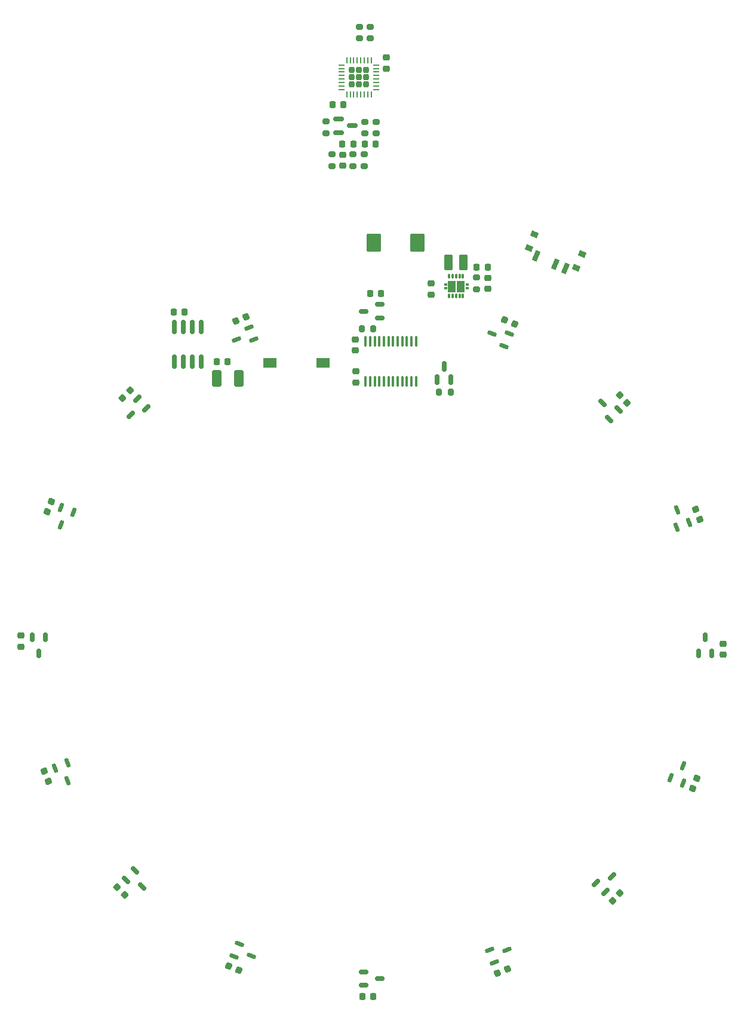
<source format=gbp>
G04 #@! TF.GenerationSoftware,KiCad,Pcbnew,7.0.2*
G04 #@! TF.CreationDate,2023-05-29T12:29:06-07:00*
G04 #@! TF.ProjectId,plumbus-bfb,706c756d-6275-4732-9d62-66622e6b6963,rev?*
G04 #@! TF.SameCoordinates,Original*
G04 #@! TF.FileFunction,Paste,Bot*
G04 #@! TF.FilePolarity,Positive*
%FSLAX46Y46*%
G04 Gerber Fmt 4.6, Leading zero omitted, Abs format (unit mm)*
G04 Created by KiCad (PCBNEW 7.0.2) date 2023-05-29 12:29:06*
%MOMM*%
%LPD*%
G01*
G04 APERTURE LIST*
G04 Aperture macros list*
%AMRoundRect*
0 Rectangle with rounded corners*
0 $1 Rounding radius*
0 $2 $3 $4 $5 $6 $7 $8 $9 X,Y pos of 4 corners*
0 Add a 4 corners polygon primitive as box body*
4,1,4,$2,$3,$4,$5,$6,$7,$8,$9,$2,$3,0*
0 Add four circle primitives for the rounded corners*
1,1,$1+$1,$2,$3*
1,1,$1+$1,$4,$5*
1,1,$1+$1,$6,$7*
1,1,$1+$1,$8,$9*
0 Add four rect primitives between the rounded corners*
20,1,$1+$1,$2,$3,$4,$5,0*
20,1,$1+$1,$4,$5,$6,$7,0*
20,1,$1+$1,$6,$7,$8,$9,0*
20,1,$1+$1,$8,$9,$2,$3,0*%
%AMRotRect*
0 Rectangle, with rotation*
0 The origin of the aperture is its center*
0 $1 length*
0 $2 width*
0 $3 Rotation angle, in degrees counterclockwise*
0 Add horizontal line*
21,1,$1,$2,0,0,$3*%
G04 Aperture macros list end*
%ADD10C,0.010000*%
%ADD11RotRect,0.800000X1.000000X247.500000*%
%ADD12RotRect,0.700000X1.500000X337.500000*%
%ADD13RoundRect,0.007200X-0.112800X0.292800X-0.112800X-0.292800X0.112800X-0.292800X0.112800X0.292800X0*%
%ADD14RoundRect,0.225000X0.250000X-0.225000X0.250000X0.225000X-0.250000X0.225000X-0.250000X-0.225000X0*%
%ADD15RoundRect,0.200000X0.275000X-0.200000X0.275000X0.200000X-0.275000X0.200000X-0.275000X-0.200000X0*%
%ADD16RoundRect,0.150000X-0.416086X-0.334707X0.530891X0.057543X0.416086X0.334707X-0.530891X-0.057543X0*%
%ADD17RoundRect,0.225000X-0.225000X-0.250000X0.225000X-0.250000X0.225000X0.250000X-0.225000X0.250000X0*%
%ADD18RoundRect,0.150000X-0.587500X-0.150000X0.587500X-0.150000X0.587500X0.150000X-0.587500X0.150000X0*%
%ADD19RoundRect,0.225000X-0.250000X0.225000X-0.250000X-0.225000X0.250000X-0.225000X0.250000X0.225000X0*%
%ADD20R,1.900000X1.400000*%
%ADD21RoundRect,0.225000X0.017678X-0.335876X0.335876X-0.017678X-0.017678X0.335876X-0.335876X0.017678X0*%
%ADD22RoundRect,0.225000X0.225000X0.250000X-0.225000X0.250000X-0.225000X-0.250000X0.225000X-0.250000X0*%
%ADD23RoundRect,0.150000X0.057543X0.530891X-0.334707X-0.416086X-0.057543X-0.530891X0.334707X0.416086X0*%
%ADD24RoundRect,0.200000X-0.275000X0.200000X-0.275000X-0.200000X0.275000X-0.200000X0.275000X0.200000X0*%
%ADD25RoundRect,0.150000X-0.057543X-0.530891X0.334707X0.416086X0.057543X0.530891X-0.334707X-0.416086X0*%
%ADD26RoundRect,0.225000X-0.303544X-0.144866X0.112202X-0.317074X0.303544X0.144866X-0.112202X0.317074X0*%
%ADD27RoundRect,0.150000X-0.256326X-0.468458X0.468458X0.256326X0.256326X0.468458X-0.468458X-0.256326X0*%
%ADD28RoundRect,0.200000X-0.200000X-0.275000X0.200000X-0.275000X0.200000X0.275000X-0.200000X0.275000X0*%
%ADD29RoundRect,0.150000X0.150000X-0.587500X0.150000X0.587500X-0.150000X0.587500X-0.150000X-0.587500X0*%
%ADD30RoundRect,0.250000X0.787500X1.025000X-0.787500X1.025000X-0.787500X-1.025000X0.787500X-1.025000X0*%
%ADD31RoundRect,0.150000X-0.468458X0.256326X0.256326X-0.468458X0.468458X-0.256326X-0.256326X0.468458X0*%
%ADD32RoundRect,0.150000X0.334707X-0.416086X-0.057543X0.530891X-0.334707X0.416086X0.057543X-0.530891X0*%
%ADD33RoundRect,0.225000X0.112202X0.317074X-0.303544X0.144866X-0.112202X-0.317074X0.303544X-0.144866X0*%
%ADD34RoundRect,0.150000X-0.334707X0.416086X0.057543X-0.530891X0.334707X-0.416086X-0.057543X0.530891X0*%
%ADD35RoundRect,0.150000X0.416086X0.334707X-0.530891X-0.057543X-0.416086X-0.334707X0.530891X0.057543X0*%
%ADD36RoundRect,0.225000X-0.112202X-0.317074X0.303544X-0.144866X0.112202X0.317074X-0.303544X0.144866X0*%
%ADD37RoundRect,0.100000X-0.100000X0.637500X-0.100000X-0.637500X0.100000X-0.637500X0.100000X0.637500X0*%
%ADD38RoundRect,0.150000X0.468458X-0.256326X-0.256326X0.468458X-0.468458X0.256326X0.256326X-0.468458X0*%
%ADD39RoundRect,0.150000X-0.150000X0.825000X-0.150000X-0.825000X0.150000X-0.825000X0.150000X0.825000X0*%
%ADD40RoundRect,0.207500X-0.207500X-0.207500X0.207500X-0.207500X0.207500X0.207500X-0.207500X0.207500X0*%
%ADD41RoundRect,0.062500X-0.375000X-0.062500X0.375000X-0.062500X0.375000X0.062500X-0.375000X0.062500X0*%
%ADD42RoundRect,0.062500X-0.062500X-0.375000X0.062500X-0.375000X0.062500X0.375000X-0.062500X0.375000X0*%
%ADD43RoundRect,0.225000X-0.335876X-0.017678X-0.017678X-0.335876X0.335876X0.017678X0.017678X0.335876X0*%
%ADD44RoundRect,0.150000X-0.150000X0.512500X-0.150000X-0.512500X0.150000X-0.512500X0.150000X0.512500X0*%
%ADD45RoundRect,0.225000X-0.144866X0.303544X-0.317074X-0.112202X0.144866X-0.303544X0.317074X0.112202X0*%
%ADD46RoundRect,0.225000X-0.317074X0.112202X-0.144866X-0.303544X0.317074X-0.112202X0.144866X0.303544X0*%
%ADD47RoundRect,0.225000X0.144866X-0.303544X0.317074X0.112202X-0.144866X0.303544X-0.317074X-0.112202X0*%
%ADD48RoundRect,0.150000X-0.512500X-0.150000X0.512500X-0.150000X0.512500X0.150000X-0.512500X0.150000X0*%
%ADD49RoundRect,0.250000X-0.375000X-0.850000X0.375000X-0.850000X0.375000X0.850000X-0.375000X0.850000X0*%
%ADD50RoundRect,0.225000X-0.017678X0.335876X-0.335876X0.017678X0.017678X-0.335876X0.335876X-0.017678X0*%
%ADD51RoundRect,0.225000X0.303544X0.144866X-0.112202X0.317074X-0.303544X-0.144866X0.112202X-0.317074X0*%
%ADD52RoundRect,0.225000X0.317074X-0.112202X0.144866X0.303544X-0.317074X0.112202X-0.144866X-0.303544X0*%
%ADD53RoundRect,0.150000X0.530891X-0.057543X-0.416086X0.334707X-0.530891X0.057543X0.416086X-0.334707X0*%
%ADD54RoundRect,0.150000X-0.530891X0.057543X0.416086X-0.334707X0.530891X-0.057543X-0.416086X0.334707X0*%
%ADD55RoundRect,0.225000X0.335876X0.017678X0.017678X0.335876X-0.335876X-0.017678X-0.017678X-0.335876X0*%
%ADD56RoundRect,0.150000X0.256326X0.468458X-0.468458X-0.256326X-0.256326X-0.468458X0.468458X0.256326X0*%
%ADD57RoundRect,0.250000X-0.412500X-0.925000X0.412500X-0.925000X0.412500X0.925000X-0.412500X0.925000X0*%
%ADD58RoundRect,0.150000X0.512500X0.150000X-0.512500X0.150000X-0.512500X-0.150000X0.512500X-0.150000X0*%
%ADD59RoundRect,0.150000X0.150000X-0.512500X0.150000X0.512500X-0.150000X0.512500X-0.150000X-0.512500X0*%
G04 APERTURE END LIST*
D10*
X327290000Y-381825000D02*
X326950000Y-381825000D01*
X326950000Y-381575000D01*
X327290000Y-381575000D01*
X327290000Y-381825000D01*
G36*
X327290000Y-381825000D02*
G01*
X326950000Y-381825000D01*
X326950000Y-381575000D01*
X327290000Y-381575000D01*
X327290000Y-381825000D01*
G37*
X330350000Y-381825000D02*
X330010000Y-381825000D01*
X330010000Y-381575000D01*
X330350000Y-381575000D01*
X330350000Y-381825000D01*
G36*
X330350000Y-381825000D02*
G01*
X330010000Y-381825000D01*
X330010000Y-381575000D01*
X330350000Y-381575000D01*
X330350000Y-381825000D01*
G37*
X327290000Y-381325000D02*
X326950000Y-381325000D01*
X326950000Y-381075000D01*
X327290000Y-381075000D01*
X327290000Y-381325000D01*
G36*
X327290000Y-381325000D02*
G01*
X326950000Y-381325000D01*
X326950000Y-381075000D01*
X327290000Y-381075000D01*
X327290000Y-381325000D01*
G37*
X330350000Y-381325000D02*
X330010000Y-381325000D01*
X330010000Y-381075000D01*
X330350000Y-381075000D01*
X330350000Y-381325000D01*
G36*
X330350000Y-381325000D02*
G01*
X330010000Y-381325000D01*
X330010000Y-381075000D01*
X330350000Y-381075000D01*
X330350000Y-381325000D01*
G37*
X328550000Y-382200000D02*
X327490000Y-382200000D01*
X327490000Y-380700000D01*
X328550000Y-380700000D01*
X328550000Y-382200000D01*
G36*
X328550000Y-382200000D02*
G01*
X327490000Y-382200000D01*
X327490000Y-380700000D01*
X328550000Y-380700000D01*
X328550000Y-382200000D01*
G37*
X329810000Y-382200000D02*
X328750000Y-382200000D01*
X328750000Y-380700000D01*
X329810000Y-380700000D01*
X329810000Y-382200000D01*
G36*
X329810000Y-382200000D02*
G01*
X328750000Y-382200000D01*
X328750000Y-380700000D01*
X329810000Y-380700000D01*
X329810000Y-382200000D01*
G37*
D11*
X345712940Y-378805450D03*
X346516575Y-376865303D03*
X339772255Y-374071714D03*
X338968620Y-376011861D03*
D12*
X344151630Y-378916409D03*
X342765811Y-378342384D03*
X339994173Y-377194334D03*
D13*
X327650000Y-382850000D03*
X328150000Y-382850000D03*
X328650000Y-382850000D03*
X329150000Y-382850000D03*
X329650000Y-382850000D03*
X329650000Y-380050000D03*
X329150000Y-380050000D03*
X328650000Y-380050000D03*
X328150000Y-380050000D03*
X327650000Y-380050000D03*
D14*
X314450000Y-395075000D03*
X314450000Y-393525000D03*
D15*
X311070000Y-364432500D03*
X311070000Y-362782500D03*
D16*
X334112636Y-477212988D03*
X333385538Y-475457617D03*
X335850913Y-475464698D03*
D17*
X315695000Y-361282500D03*
X317245000Y-361282500D03*
D15*
X314070000Y-364432500D03*
X314070000Y-362782500D03*
D18*
X312032500Y-359682500D03*
X312032500Y-357782500D03*
X313907500Y-358732500D03*
D19*
X266980316Y-430955000D03*
X266980316Y-432505000D03*
D20*
X309800000Y-392350000D03*
X302300000Y-392350000D03*
D21*
X350819450Y-468521568D03*
X351915466Y-467425552D03*
D22*
X318045000Y-382480316D03*
X316495000Y-382480316D03*
D23*
X272657617Y-412785538D03*
X274412988Y-413512636D03*
X272664698Y-415250913D03*
D24*
X316450000Y-344725000D03*
X316450000Y-346375000D03*
D17*
X296275000Y-392100000D03*
X294725000Y-392100000D03*
D25*
X360842383Y-451814462D03*
X359087012Y-451087364D03*
X360835302Y-449349087D03*
D15*
X315620000Y-364432500D03*
X315620000Y-362782500D03*
D26*
X297825155Y-478306335D03*
X296393141Y-477713175D03*
D27*
X349867417Y-467276085D03*
X348523915Y-465932583D03*
X350804334Y-464995666D03*
D19*
X318800000Y-349075000D03*
X318800000Y-350625000D03*
D28*
X326262500Y-396450000D03*
X327912500Y-396450000D03*
D29*
X327900000Y-394687500D03*
X326000000Y-394687500D03*
X326950000Y-392812500D03*
D22*
X288625000Y-385150000D03*
X290175000Y-385150000D03*
D30*
X323212500Y-375250000D03*
X316987500Y-375250000D03*
D31*
X284104334Y-466504334D03*
X283167417Y-464223915D03*
X281823915Y-465567417D03*
D32*
X361712988Y-414887364D03*
X359957617Y-415614462D03*
X359964698Y-413149087D03*
D33*
X297446363Y-386350566D03*
X298878377Y-385757406D03*
D34*
X273535302Y-451450913D03*
X273542383Y-448985538D03*
X271787012Y-449712636D03*
D14*
X312570000Y-364382500D03*
X312570000Y-362832500D03*
D15*
X310220000Y-359757500D03*
X310220000Y-358107500D03*
D35*
X297549087Y-389035302D03*
X300014462Y-389042383D03*
X299287364Y-387287012D03*
D36*
X334521623Y-478742593D03*
X335953637Y-478149433D03*
D37*
X315825000Y-389237500D03*
X316475000Y-389237500D03*
X317125000Y-389237500D03*
X317775000Y-389237500D03*
X318425000Y-389237500D03*
X319075000Y-389237500D03*
X319725000Y-389237500D03*
X320375000Y-389237500D03*
X321025000Y-389237500D03*
X321675000Y-389237500D03*
X322325000Y-389237500D03*
X322975000Y-389237500D03*
X322975000Y-394962500D03*
X322325000Y-394962500D03*
X321675000Y-394962500D03*
X321025000Y-394962500D03*
X320375000Y-394962500D03*
X319725000Y-394962500D03*
X319075000Y-394962500D03*
X318425000Y-394962500D03*
X317775000Y-394962500D03*
X317125000Y-394962500D03*
X316475000Y-394962500D03*
X315825000Y-394962500D03*
D38*
X351676085Y-398932583D03*
X350332583Y-400276085D03*
X349395666Y-397995666D03*
D39*
X288745000Y-387225000D03*
X290015000Y-387225000D03*
X291285000Y-387225000D03*
X292555000Y-387225000D03*
X292555000Y-392175000D03*
X291285000Y-392175000D03*
X290015000Y-392175000D03*
X288745000Y-392175000D03*
D40*
X313870000Y-350832500D03*
X313870000Y-351862500D03*
X313870000Y-352892500D03*
X314900000Y-350832500D03*
X314900000Y-351862500D03*
X314900000Y-352892500D03*
X315930000Y-350832500D03*
X315930000Y-351862500D03*
X315930000Y-352892500D03*
D41*
X312462500Y-353612500D03*
X312462500Y-353112500D03*
X312462500Y-352612500D03*
X312462500Y-352112500D03*
X312462500Y-351612500D03*
X312462500Y-351112500D03*
X312462500Y-350612500D03*
X312462500Y-350112500D03*
D42*
X313150000Y-349425000D03*
X313650000Y-349425000D03*
X314150000Y-349425000D03*
X314650000Y-349425000D03*
X315150000Y-349425000D03*
X315650000Y-349425000D03*
X316150000Y-349425000D03*
X316650000Y-349425000D03*
D41*
X317337500Y-350112500D03*
X317337500Y-350612500D03*
X317337500Y-351112500D03*
X317337500Y-351612500D03*
X317337500Y-352112500D03*
X317337500Y-352612500D03*
X317337500Y-353112500D03*
X317337500Y-353612500D03*
D42*
X316650000Y-354300000D03*
X316150000Y-354300000D03*
X315650000Y-354300000D03*
X315150000Y-354300000D03*
X314650000Y-354300000D03*
X314150000Y-354300000D03*
X313650000Y-354300000D03*
X313150000Y-354300000D03*
D43*
X281663272Y-467626643D03*
X280567256Y-466530627D03*
D14*
X325150000Y-381075000D03*
X325150000Y-382625000D03*
D44*
X268550000Y-431162500D03*
X270450000Y-431162500D03*
X269500000Y-433437500D03*
D45*
X271286825Y-411993140D03*
X270693665Y-413425154D03*
D46*
X270850567Y-451553638D03*
X270257407Y-450121624D03*
D47*
X362213175Y-452606859D03*
X362806335Y-451174845D03*
D48*
X317837500Y-479500000D03*
X315562500Y-478550000D03*
X315562500Y-480450000D03*
D49*
X329725000Y-378050000D03*
X327575000Y-378050000D03*
D50*
X282469373Y-396167255D03*
X281373357Y-397263271D03*
D15*
X314950000Y-344725000D03*
X314950000Y-346375000D03*
D24*
X331550000Y-381875000D03*
X331550000Y-380225000D03*
D17*
X333125000Y-378750000D03*
X331575000Y-378750000D03*
D51*
X337006859Y-386786825D03*
X335574845Y-386193665D03*
D52*
X362649433Y-413046363D03*
X363242593Y-414478377D03*
D17*
X312545000Y-361332500D03*
X314095000Y-361332500D03*
D15*
X317307500Y-359807500D03*
X317307500Y-358157500D03*
D53*
X336214462Y-388157617D03*
X335487364Y-389912988D03*
X333749087Y-388164698D03*
D22*
X312675000Y-355762500D03*
X311125000Y-355762500D03*
D14*
X366519684Y-432095000D03*
X366519684Y-433645000D03*
X333150000Y-380275000D03*
X333150000Y-381825000D03*
D54*
X299650913Y-476335302D03*
X297912636Y-474587012D03*
X297185538Y-476342383D03*
D55*
X351836728Y-396873357D03*
X352932744Y-397969373D03*
D28*
X315300000Y-387500000D03*
X316950000Y-387500000D03*
D56*
X283432583Y-397423915D03*
X284776085Y-398767417D03*
X282495666Y-399704334D03*
D57*
X297837500Y-394550000D03*
X294762500Y-394550000D03*
D58*
X315562500Y-385000000D03*
X317837500Y-385950000D03*
X317837500Y-384050000D03*
D15*
X315737500Y-359807500D03*
X315737500Y-358157500D03*
D59*
X364950000Y-433437500D03*
X363050000Y-433437500D03*
X364000000Y-431162500D03*
D17*
X316905000Y-482019684D03*
X315355000Y-482019684D03*
D19*
X314350000Y-388975000D03*
X314350000Y-390525000D03*
M02*

</source>
